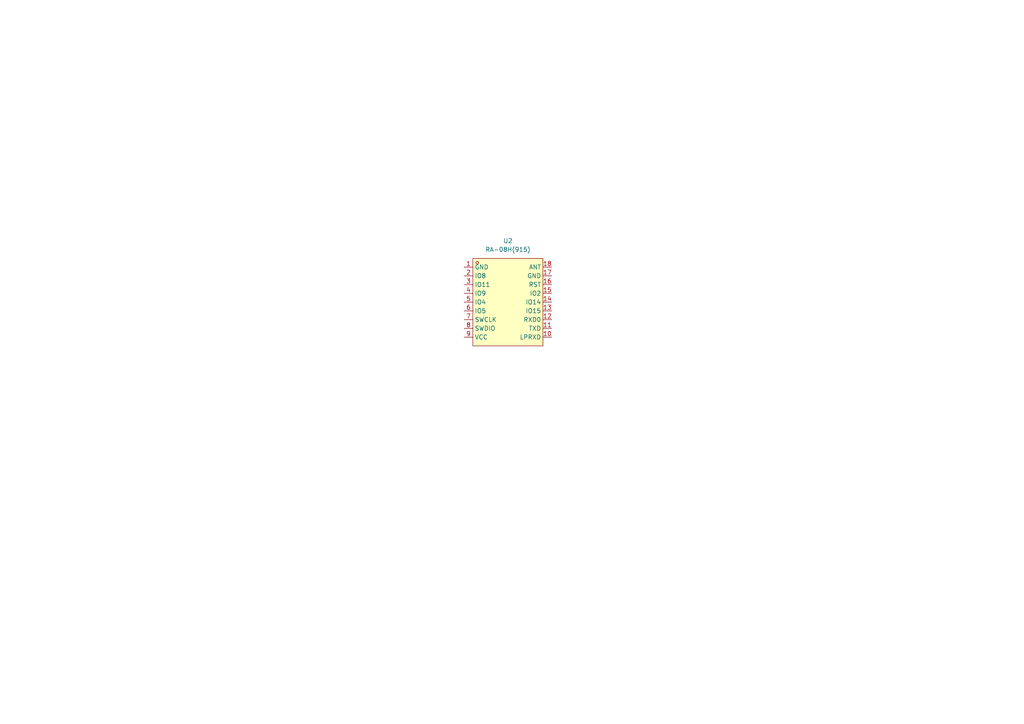
<source format=kicad_sch>
(kicad_sch (version 20230121) (generator eeschema)
  (paper "A4")
  (lib_symbols
    (symbol "PARTS:RA-08H(915)"
      (property "Reference" "U" (at 0 15.24 0))
      (property "Value" "RA-08H(915)" (at 0 -15.24 0))
      (symbol "RA-08H(915)_0_1"
        (rectangle (start -10.16 12.7) (end 10.16 -12.7) (fill (type background)))
        (circle (center -8.89 11.43) (radius 0.38))
        (pin unspecified line (at -12.7 10.16 0) (length 2.54) (name "GND") (number "1"))
        (pin unspecified line (at 12.7 -10.16 180) (length 2.54) (name "LPRXD") (number "10"))
        (pin unspecified line (at 12.7 -7.62 180) (length 2.54) (name "TXD") (number "11"))
        (pin unspecified line (at 12.7 -5.08 180) (length 2.54) (name "RXD0") (number "12"))
        (pin unspecified line (at 12.7 -2.54 180) (length 2.54) (name "IO15") (number "13"))
        (pin unspecified line (at 12.7 0 180) (length 2.54) (name "IO14") (number "14"))
        (pin unspecified line (at 12.7 2.54 180) (length 2.54) (name "IO2") (number "15"))
        (pin unspecified line (at 12.7 5.08 180) (length 2.54) (name "RST") (number "16"))
        (pin unspecified line (at 12.7 7.62 180) (length 2.54) (name "GND") (number "17"))
        (pin unspecified line (at 12.7 10.16 180) (length 2.54) (name "ANT") (number "18"))
        (pin unspecified line (at -12.7 7.62 0) (length 2.54) (name "IO8") (number "2"))
        (pin unspecified line (at -12.7 5.08 0) (length 2.54) (name "IO11") (number "3"))
        (pin unspecified line (at -12.7 2.54 0) (length 2.54) (name "IO9") (number "4"))
        (pin unspecified line (at -12.7 0 0) (length 2.54) (name "IO4") (number "5"))
        (pin unspecified line (at -12.7 -2.54 0) (length 2.54) (name "IO5") (number "6"))
        (pin unspecified line (at -12.7 -5.08 0) (length 2.54) (name "SWCLK") (number "7"))
        (pin unspecified line (at -12.7 -7.62 0) (length 2.54) (name "SWDIO") (number "8"))
        (pin unspecified line (at -12.7 -10.16 0) (length 2.54) (name "VCC") (number "9"))
      )
    )
  )
  (symbol (lib_id "PARTS:RA-08H(915)") (at 147.32 87.63 0) (unit 1)
    (property "Reference" "U2" (at 147.32 69.85 0))
    (property "Value" "RA-08H(915)" (at 147.32 72.39 0))
    (property "Footprint" "PARTS:RA_08H-BREAKOUT" (effects hide))
    (property "LCSC Part" "C2991932" (effects hide))
  )
)
</source>
